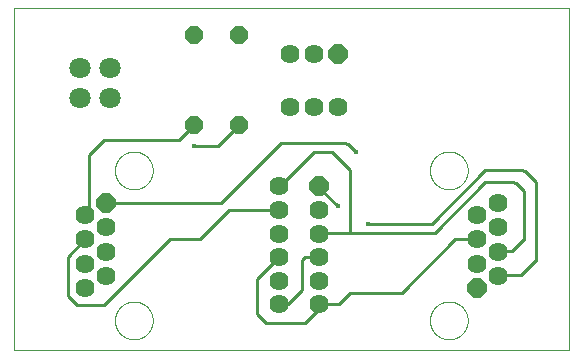
<source format=gtl>
G75*
%MOIN*%
%OFA0B0*%
%FSLAX25Y25*%
%IPPOS*%
%LPD*%
%AMOC8*
5,1,8,0,0,1.08239X$1,22.5*
%
%ADD10C,0.00000*%
%ADD11OC8,0.06378*%
%ADD12C,0.06378*%
%ADD13C,0.07087*%
%ADD14OC8,0.05760*%
%ADD15C,0.01000*%
%ADD16C,0.01781*%
D10*
X0017242Y0036778D02*
X0017242Y0150952D01*
X0202281Y0150952D01*
X0202281Y0036778D01*
X0017242Y0036778D01*
X0050943Y0046778D02*
X0050945Y0046936D01*
X0050951Y0047094D01*
X0050961Y0047252D01*
X0050975Y0047410D01*
X0050993Y0047567D01*
X0051014Y0047724D01*
X0051040Y0047880D01*
X0051070Y0048036D01*
X0051103Y0048191D01*
X0051141Y0048344D01*
X0051182Y0048497D01*
X0051227Y0048649D01*
X0051276Y0048800D01*
X0051329Y0048949D01*
X0051385Y0049097D01*
X0051445Y0049243D01*
X0051509Y0049388D01*
X0051577Y0049531D01*
X0051648Y0049673D01*
X0051722Y0049813D01*
X0051800Y0049950D01*
X0051882Y0050086D01*
X0051966Y0050220D01*
X0052055Y0050351D01*
X0052146Y0050480D01*
X0052241Y0050607D01*
X0052338Y0050732D01*
X0052439Y0050854D01*
X0052543Y0050973D01*
X0052650Y0051090D01*
X0052760Y0051204D01*
X0052873Y0051315D01*
X0052988Y0051424D01*
X0053106Y0051529D01*
X0053227Y0051631D01*
X0053350Y0051731D01*
X0053476Y0051827D01*
X0053604Y0051920D01*
X0053734Y0052010D01*
X0053867Y0052096D01*
X0054002Y0052180D01*
X0054138Y0052259D01*
X0054277Y0052336D01*
X0054418Y0052408D01*
X0054560Y0052478D01*
X0054704Y0052543D01*
X0054850Y0052605D01*
X0054997Y0052663D01*
X0055146Y0052718D01*
X0055296Y0052769D01*
X0055447Y0052816D01*
X0055599Y0052859D01*
X0055752Y0052898D01*
X0055907Y0052934D01*
X0056062Y0052965D01*
X0056218Y0052993D01*
X0056374Y0053017D01*
X0056531Y0053037D01*
X0056689Y0053053D01*
X0056846Y0053065D01*
X0057005Y0053073D01*
X0057163Y0053077D01*
X0057321Y0053077D01*
X0057479Y0053073D01*
X0057638Y0053065D01*
X0057795Y0053053D01*
X0057953Y0053037D01*
X0058110Y0053017D01*
X0058266Y0052993D01*
X0058422Y0052965D01*
X0058577Y0052934D01*
X0058732Y0052898D01*
X0058885Y0052859D01*
X0059037Y0052816D01*
X0059188Y0052769D01*
X0059338Y0052718D01*
X0059487Y0052663D01*
X0059634Y0052605D01*
X0059780Y0052543D01*
X0059924Y0052478D01*
X0060066Y0052408D01*
X0060207Y0052336D01*
X0060346Y0052259D01*
X0060482Y0052180D01*
X0060617Y0052096D01*
X0060750Y0052010D01*
X0060880Y0051920D01*
X0061008Y0051827D01*
X0061134Y0051731D01*
X0061257Y0051631D01*
X0061378Y0051529D01*
X0061496Y0051424D01*
X0061611Y0051315D01*
X0061724Y0051204D01*
X0061834Y0051090D01*
X0061941Y0050973D01*
X0062045Y0050854D01*
X0062146Y0050732D01*
X0062243Y0050607D01*
X0062338Y0050480D01*
X0062429Y0050351D01*
X0062518Y0050220D01*
X0062602Y0050086D01*
X0062684Y0049950D01*
X0062762Y0049813D01*
X0062836Y0049673D01*
X0062907Y0049531D01*
X0062975Y0049388D01*
X0063039Y0049243D01*
X0063099Y0049097D01*
X0063155Y0048949D01*
X0063208Y0048800D01*
X0063257Y0048649D01*
X0063302Y0048497D01*
X0063343Y0048344D01*
X0063381Y0048191D01*
X0063414Y0048036D01*
X0063444Y0047880D01*
X0063470Y0047724D01*
X0063491Y0047567D01*
X0063509Y0047410D01*
X0063523Y0047252D01*
X0063533Y0047094D01*
X0063539Y0046936D01*
X0063541Y0046778D01*
X0063539Y0046620D01*
X0063533Y0046462D01*
X0063523Y0046304D01*
X0063509Y0046146D01*
X0063491Y0045989D01*
X0063470Y0045832D01*
X0063444Y0045676D01*
X0063414Y0045520D01*
X0063381Y0045365D01*
X0063343Y0045212D01*
X0063302Y0045059D01*
X0063257Y0044907D01*
X0063208Y0044756D01*
X0063155Y0044607D01*
X0063099Y0044459D01*
X0063039Y0044313D01*
X0062975Y0044168D01*
X0062907Y0044025D01*
X0062836Y0043883D01*
X0062762Y0043743D01*
X0062684Y0043606D01*
X0062602Y0043470D01*
X0062518Y0043336D01*
X0062429Y0043205D01*
X0062338Y0043076D01*
X0062243Y0042949D01*
X0062146Y0042824D01*
X0062045Y0042702D01*
X0061941Y0042583D01*
X0061834Y0042466D01*
X0061724Y0042352D01*
X0061611Y0042241D01*
X0061496Y0042132D01*
X0061378Y0042027D01*
X0061257Y0041925D01*
X0061134Y0041825D01*
X0061008Y0041729D01*
X0060880Y0041636D01*
X0060750Y0041546D01*
X0060617Y0041460D01*
X0060482Y0041376D01*
X0060346Y0041297D01*
X0060207Y0041220D01*
X0060066Y0041148D01*
X0059924Y0041078D01*
X0059780Y0041013D01*
X0059634Y0040951D01*
X0059487Y0040893D01*
X0059338Y0040838D01*
X0059188Y0040787D01*
X0059037Y0040740D01*
X0058885Y0040697D01*
X0058732Y0040658D01*
X0058577Y0040622D01*
X0058422Y0040591D01*
X0058266Y0040563D01*
X0058110Y0040539D01*
X0057953Y0040519D01*
X0057795Y0040503D01*
X0057638Y0040491D01*
X0057479Y0040483D01*
X0057321Y0040479D01*
X0057163Y0040479D01*
X0057005Y0040483D01*
X0056846Y0040491D01*
X0056689Y0040503D01*
X0056531Y0040519D01*
X0056374Y0040539D01*
X0056218Y0040563D01*
X0056062Y0040591D01*
X0055907Y0040622D01*
X0055752Y0040658D01*
X0055599Y0040697D01*
X0055447Y0040740D01*
X0055296Y0040787D01*
X0055146Y0040838D01*
X0054997Y0040893D01*
X0054850Y0040951D01*
X0054704Y0041013D01*
X0054560Y0041078D01*
X0054418Y0041148D01*
X0054277Y0041220D01*
X0054138Y0041297D01*
X0054002Y0041376D01*
X0053867Y0041460D01*
X0053734Y0041546D01*
X0053604Y0041636D01*
X0053476Y0041729D01*
X0053350Y0041825D01*
X0053227Y0041925D01*
X0053106Y0042027D01*
X0052988Y0042132D01*
X0052873Y0042241D01*
X0052760Y0042352D01*
X0052650Y0042466D01*
X0052543Y0042583D01*
X0052439Y0042702D01*
X0052338Y0042824D01*
X0052241Y0042949D01*
X0052146Y0043076D01*
X0052055Y0043205D01*
X0051966Y0043336D01*
X0051882Y0043470D01*
X0051800Y0043606D01*
X0051722Y0043743D01*
X0051648Y0043883D01*
X0051577Y0044025D01*
X0051509Y0044168D01*
X0051445Y0044313D01*
X0051385Y0044459D01*
X0051329Y0044607D01*
X0051276Y0044756D01*
X0051227Y0044907D01*
X0051182Y0045059D01*
X0051141Y0045212D01*
X0051103Y0045365D01*
X0051070Y0045520D01*
X0051040Y0045676D01*
X0051014Y0045832D01*
X0050993Y0045989D01*
X0050975Y0046146D01*
X0050961Y0046304D01*
X0050951Y0046462D01*
X0050945Y0046620D01*
X0050943Y0046778D01*
X0050943Y0096778D02*
X0050945Y0096936D01*
X0050951Y0097094D01*
X0050961Y0097252D01*
X0050975Y0097410D01*
X0050993Y0097567D01*
X0051014Y0097724D01*
X0051040Y0097880D01*
X0051070Y0098036D01*
X0051103Y0098191D01*
X0051141Y0098344D01*
X0051182Y0098497D01*
X0051227Y0098649D01*
X0051276Y0098800D01*
X0051329Y0098949D01*
X0051385Y0099097D01*
X0051445Y0099243D01*
X0051509Y0099388D01*
X0051577Y0099531D01*
X0051648Y0099673D01*
X0051722Y0099813D01*
X0051800Y0099950D01*
X0051882Y0100086D01*
X0051966Y0100220D01*
X0052055Y0100351D01*
X0052146Y0100480D01*
X0052241Y0100607D01*
X0052338Y0100732D01*
X0052439Y0100854D01*
X0052543Y0100973D01*
X0052650Y0101090D01*
X0052760Y0101204D01*
X0052873Y0101315D01*
X0052988Y0101424D01*
X0053106Y0101529D01*
X0053227Y0101631D01*
X0053350Y0101731D01*
X0053476Y0101827D01*
X0053604Y0101920D01*
X0053734Y0102010D01*
X0053867Y0102096D01*
X0054002Y0102180D01*
X0054138Y0102259D01*
X0054277Y0102336D01*
X0054418Y0102408D01*
X0054560Y0102478D01*
X0054704Y0102543D01*
X0054850Y0102605D01*
X0054997Y0102663D01*
X0055146Y0102718D01*
X0055296Y0102769D01*
X0055447Y0102816D01*
X0055599Y0102859D01*
X0055752Y0102898D01*
X0055907Y0102934D01*
X0056062Y0102965D01*
X0056218Y0102993D01*
X0056374Y0103017D01*
X0056531Y0103037D01*
X0056689Y0103053D01*
X0056846Y0103065D01*
X0057005Y0103073D01*
X0057163Y0103077D01*
X0057321Y0103077D01*
X0057479Y0103073D01*
X0057638Y0103065D01*
X0057795Y0103053D01*
X0057953Y0103037D01*
X0058110Y0103017D01*
X0058266Y0102993D01*
X0058422Y0102965D01*
X0058577Y0102934D01*
X0058732Y0102898D01*
X0058885Y0102859D01*
X0059037Y0102816D01*
X0059188Y0102769D01*
X0059338Y0102718D01*
X0059487Y0102663D01*
X0059634Y0102605D01*
X0059780Y0102543D01*
X0059924Y0102478D01*
X0060066Y0102408D01*
X0060207Y0102336D01*
X0060346Y0102259D01*
X0060482Y0102180D01*
X0060617Y0102096D01*
X0060750Y0102010D01*
X0060880Y0101920D01*
X0061008Y0101827D01*
X0061134Y0101731D01*
X0061257Y0101631D01*
X0061378Y0101529D01*
X0061496Y0101424D01*
X0061611Y0101315D01*
X0061724Y0101204D01*
X0061834Y0101090D01*
X0061941Y0100973D01*
X0062045Y0100854D01*
X0062146Y0100732D01*
X0062243Y0100607D01*
X0062338Y0100480D01*
X0062429Y0100351D01*
X0062518Y0100220D01*
X0062602Y0100086D01*
X0062684Y0099950D01*
X0062762Y0099813D01*
X0062836Y0099673D01*
X0062907Y0099531D01*
X0062975Y0099388D01*
X0063039Y0099243D01*
X0063099Y0099097D01*
X0063155Y0098949D01*
X0063208Y0098800D01*
X0063257Y0098649D01*
X0063302Y0098497D01*
X0063343Y0098344D01*
X0063381Y0098191D01*
X0063414Y0098036D01*
X0063444Y0097880D01*
X0063470Y0097724D01*
X0063491Y0097567D01*
X0063509Y0097410D01*
X0063523Y0097252D01*
X0063533Y0097094D01*
X0063539Y0096936D01*
X0063541Y0096778D01*
X0063539Y0096620D01*
X0063533Y0096462D01*
X0063523Y0096304D01*
X0063509Y0096146D01*
X0063491Y0095989D01*
X0063470Y0095832D01*
X0063444Y0095676D01*
X0063414Y0095520D01*
X0063381Y0095365D01*
X0063343Y0095212D01*
X0063302Y0095059D01*
X0063257Y0094907D01*
X0063208Y0094756D01*
X0063155Y0094607D01*
X0063099Y0094459D01*
X0063039Y0094313D01*
X0062975Y0094168D01*
X0062907Y0094025D01*
X0062836Y0093883D01*
X0062762Y0093743D01*
X0062684Y0093606D01*
X0062602Y0093470D01*
X0062518Y0093336D01*
X0062429Y0093205D01*
X0062338Y0093076D01*
X0062243Y0092949D01*
X0062146Y0092824D01*
X0062045Y0092702D01*
X0061941Y0092583D01*
X0061834Y0092466D01*
X0061724Y0092352D01*
X0061611Y0092241D01*
X0061496Y0092132D01*
X0061378Y0092027D01*
X0061257Y0091925D01*
X0061134Y0091825D01*
X0061008Y0091729D01*
X0060880Y0091636D01*
X0060750Y0091546D01*
X0060617Y0091460D01*
X0060482Y0091376D01*
X0060346Y0091297D01*
X0060207Y0091220D01*
X0060066Y0091148D01*
X0059924Y0091078D01*
X0059780Y0091013D01*
X0059634Y0090951D01*
X0059487Y0090893D01*
X0059338Y0090838D01*
X0059188Y0090787D01*
X0059037Y0090740D01*
X0058885Y0090697D01*
X0058732Y0090658D01*
X0058577Y0090622D01*
X0058422Y0090591D01*
X0058266Y0090563D01*
X0058110Y0090539D01*
X0057953Y0090519D01*
X0057795Y0090503D01*
X0057638Y0090491D01*
X0057479Y0090483D01*
X0057321Y0090479D01*
X0057163Y0090479D01*
X0057005Y0090483D01*
X0056846Y0090491D01*
X0056689Y0090503D01*
X0056531Y0090519D01*
X0056374Y0090539D01*
X0056218Y0090563D01*
X0056062Y0090591D01*
X0055907Y0090622D01*
X0055752Y0090658D01*
X0055599Y0090697D01*
X0055447Y0090740D01*
X0055296Y0090787D01*
X0055146Y0090838D01*
X0054997Y0090893D01*
X0054850Y0090951D01*
X0054704Y0091013D01*
X0054560Y0091078D01*
X0054418Y0091148D01*
X0054277Y0091220D01*
X0054138Y0091297D01*
X0054002Y0091376D01*
X0053867Y0091460D01*
X0053734Y0091546D01*
X0053604Y0091636D01*
X0053476Y0091729D01*
X0053350Y0091825D01*
X0053227Y0091925D01*
X0053106Y0092027D01*
X0052988Y0092132D01*
X0052873Y0092241D01*
X0052760Y0092352D01*
X0052650Y0092466D01*
X0052543Y0092583D01*
X0052439Y0092702D01*
X0052338Y0092824D01*
X0052241Y0092949D01*
X0052146Y0093076D01*
X0052055Y0093205D01*
X0051966Y0093336D01*
X0051882Y0093470D01*
X0051800Y0093606D01*
X0051722Y0093743D01*
X0051648Y0093883D01*
X0051577Y0094025D01*
X0051509Y0094168D01*
X0051445Y0094313D01*
X0051385Y0094459D01*
X0051329Y0094607D01*
X0051276Y0094756D01*
X0051227Y0094907D01*
X0051182Y0095059D01*
X0051141Y0095212D01*
X0051103Y0095365D01*
X0051070Y0095520D01*
X0051040Y0095676D01*
X0051014Y0095832D01*
X0050993Y0095989D01*
X0050975Y0096146D01*
X0050961Y0096304D01*
X0050951Y0096462D01*
X0050945Y0096620D01*
X0050943Y0096778D01*
X0155943Y0096778D02*
X0155945Y0096936D01*
X0155951Y0097094D01*
X0155961Y0097252D01*
X0155975Y0097410D01*
X0155993Y0097567D01*
X0156014Y0097724D01*
X0156040Y0097880D01*
X0156070Y0098036D01*
X0156103Y0098191D01*
X0156141Y0098344D01*
X0156182Y0098497D01*
X0156227Y0098649D01*
X0156276Y0098800D01*
X0156329Y0098949D01*
X0156385Y0099097D01*
X0156445Y0099243D01*
X0156509Y0099388D01*
X0156577Y0099531D01*
X0156648Y0099673D01*
X0156722Y0099813D01*
X0156800Y0099950D01*
X0156882Y0100086D01*
X0156966Y0100220D01*
X0157055Y0100351D01*
X0157146Y0100480D01*
X0157241Y0100607D01*
X0157338Y0100732D01*
X0157439Y0100854D01*
X0157543Y0100973D01*
X0157650Y0101090D01*
X0157760Y0101204D01*
X0157873Y0101315D01*
X0157988Y0101424D01*
X0158106Y0101529D01*
X0158227Y0101631D01*
X0158350Y0101731D01*
X0158476Y0101827D01*
X0158604Y0101920D01*
X0158734Y0102010D01*
X0158867Y0102096D01*
X0159002Y0102180D01*
X0159138Y0102259D01*
X0159277Y0102336D01*
X0159418Y0102408D01*
X0159560Y0102478D01*
X0159704Y0102543D01*
X0159850Y0102605D01*
X0159997Y0102663D01*
X0160146Y0102718D01*
X0160296Y0102769D01*
X0160447Y0102816D01*
X0160599Y0102859D01*
X0160752Y0102898D01*
X0160907Y0102934D01*
X0161062Y0102965D01*
X0161218Y0102993D01*
X0161374Y0103017D01*
X0161531Y0103037D01*
X0161689Y0103053D01*
X0161846Y0103065D01*
X0162005Y0103073D01*
X0162163Y0103077D01*
X0162321Y0103077D01*
X0162479Y0103073D01*
X0162638Y0103065D01*
X0162795Y0103053D01*
X0162953Y0103037D01*
X0163110Y0103017D01*
X0163266Y0102993D01*
X0163422Y0102965D01*
X0163577Y0102934D01*
X0163732Y0102898D01*
X0163885Y0102859D01*
X0164037Y0102816D01*
X0164188Y0102769D01*
X0164338Y0102718D01*
X0164487Y0102663D01*
X0164634Y0102605D01*
X0164780Y0102543D01*
X0164924Y0102478D01*
X0165066Y0102408D01*
X0165207Y0102336D01*
X0165346Y0102259D01*
X0165482Y0102180D01*
X0165617Y0102096D01*
X0165750Y0102010D01*
X0165880Y0101920D01*
X0166008Y0101827D01*
X0166134Y0101731D01*
X0166257Y0101631D01*
X0166378Y0101529D01*
X0166496Y0101424D01*
X0166611Y0101315D01*
X0166724Y0101204D01*
X0166834Y0101090D01*
X0166941Y0100973D01*
X0167045Y0100854D01*
X0167146Y0100732D01*
X0167243Y0100607D01*
X0167338Y0100480D01*
X0167429Y0100351D01*
X0167518Y0100220D01*
X0167602Y0100086D01*
X0167684Y0099950D01*
X0167762Y0099813D01*
X0167836Y0099673D01*
X0167907Y0099531D01*
X0167975Y0099388D01*
X0168039Y0099243D01*
X0168099Y0099097D01*
X0168155Y0098949D01*
X0168208Y0098800D01*
X0168257Y0098649D01*
X0168302Y0098497D01*
X0168343Y0098344D01*
X0168381Y0098191D01*
X0168414Y0098036D01*
X0168444Y0097880D01*
X0168470Y0097724D01*
X0168491Y0097567D01*
X0168509Y0097410D01*
X0168523Y0097252D01*
X0168533Y0097094D01*
X0168539Y0096936D01*
X0168541Y0096778D01*
X0168539Y0096620D01*
X0168533Y0096462D01*
X0168523Y0096304D01*
X0168509Y0096146D01*
X0168491Y0095989D01*
X0168470Y0095832D01*
X0168444Y0095676D01*
X0168414Y0095520D01*
X0168381Y0095365D01*
X0168343Y0095212D01*
X0168302Y0095059D01*
X0168257Y0094907D01*
X0168208Y0094756D01*
X0168155Y0094607D01*
X0168099Y0094459D01*
X0168039Y0094313D01*
X0167975Y0094168D01*
X0167907Y0094025D01*
X0167836Y0093883D01*
X0167762Y0093743D01*
X0167684Y0093606D01*
X0167602Y0093470D01*
X0167518Y0093336D01*
X0167429Y0093205D01*
X0167338Y0093076D01*
X0167243Y0092949D01*
X0167146Y0092824D01*
X0167045Y0092702D01*
X0166941Y0092583D01*
X0166834Y0092466D01*
X0166724Y0092352D01*
X0166611Y0092241D01*
X0166496Y0092132D01*
X0166378Y0092027D01*
X0166257Y0091925D01*
X0166134Y0091825D01*
X0166008Y0091729D01*
X0165880Y0091636D01*
X0165750Y0091546D01*
X0165617Y0091460D01*
X0165482Y0091376D01*
X0165346Y0091297D01*
X0165207Y0091220D01*
X0165066Y0091148D01*
X0164924Y0091078D01*
X0164780Y0091013D01*
X0164634Y0090951D01*
X0164487Y0090893D01*
X0164338Y0090838D01*
X0164188Y0090787D01*
X0164037Y0090740D01*
X0163885Y0090697D01*
X0163732Y0090658D01*
X0163577Y0090622D01*
X0163422Y0090591D01*
X0163266Y0090563D01*
X0163110Y0090539D01*
X0162953Y0090519D01*
X0162795Y0090503D01*
X0162638Y0090491D01*
X0162479Y0090483D01*
X0162321Y0090479D01*
X0162163Y0090479D01*
X0162005Y0090483D01*
X0161846Y0090491D01*
X0161689Y0090503D01*
X0161531Y0090519D01*
X0161374Y0090539D01*
X0161218Y0090563D01*
X0161062Y0090591D01*
X0160907Y0090622D01*
X0160752Y0090658D01*
X0160599Y0090697D01*
X0160447Y0090740D01*
X0160296Y0090787D01*
X0160146Y0090838D01*
X0159997Y0090893D01*
X0159850Y0090951D01*
X0159704Y0091013D01*
X0159560Y0091078D01*
X0159418Y0091148D01*
X0159277Y0091220D01*
X0159138Y0091297D01*
X0159002Y0091376D01*
X0158867Y0091460D01*
X0158734Y0091546D01*
X0158604Y0091636D01*
X0158476Y0091729D01*
X0158350Y0091825D01*
X0158227Y0091925D01*
X0158106Y0092027D01*
X0157988Y0092132D01*
X0157873Y0092241D01*
X0157760Y0092352D01*
X0157650Y0092466D01*
X0157543Y0092583D01*
X0157439Y0092702D01*
X0157338Y0092824D01*
X0157241Y0092949D01*
X0157146Y0093076D01*
X0157055Y0093205D01*
X0156966Y0093336D01*
X0156882Y0093470D01*
X0156800Y0093606D01*
X0156722Y0093743D01*
X0156648Y0093883D01*
X0156577Y0094025D01*
X0156509Y0094168D01*
X0156445Y0094313D01*
X0156385Y0094459D01*
X0156329Y0094607D01*
X0156276Y0094756D01*
X0156227Y0094907D01*
X0156182Y0095059D01*
X0156141Y0095212D01*
X0156103Y0095365D01*
X0156070Y0095520D01*
X0156040Y0095676D01*
X0156014Y0095832D01*
X0155993Y0095989D01*
X0155975Y0096146D01*
X0155961Y0096304D01*
X0155951Y0096462D01*
X0155945Y0096620D01*
X0155943Y0096778D01*
X0155943Y0046778D02*
X0155945Y0046936D01*
X0155951Y0047094D01*
X0155961Y0047252D01*
X0155975Y0047410D01*
X0155993Y0047567D01*
X0156014Y0047724D01*
X0156040Y0047880D01*
X0156070Y0048036D01*
X0156103Y0048191D01*
X0156141Y0048344D01*
X0156182Y0048497D01*
X0156227Y0048649D01*
X0156276Y0048800D01*
X0156329Y0048949D01*
X0156385Y0049097D01*
X0156445Y0049243D01*
X0156509Y0049388D01*
X0156577Y0049531D01*
X0156648Y0049673D01*
X0156722Y0049813D01*
X0156800Y0049950D01*
X0156882Y0050086D01*
X0156966Y0050220D01*
X0157055Y0050351D01*
X0157146Y0050480D01*
X0157241Y0050607D01*
X0157338Y0050732D01*
X0157439Y0050854D01*
X0157543Y0050973D01*
X0157650Y0051090D01*
X0157760Y0051204D01*
X0157873Y0051315D01*
X0157988Y0051424D01*
X0158106Y0051529D01*
X0158227Y0051631D01*
X0158350Y0051731D01*
X0158476Y0051827D01*
X0158604Y0051920D01*
X0158734Y0052010D01*
X0158867Y0052096D01*
X0159002Y0052180D01*
X0159138Y0052259D01*
X0159277Y0052336D01*
X0159418Y0052408D01*
X0159560Y0052478D01*
X0159704Y0052543D01*
X0159850Y0052605D01*
X0159997Y0052663D01*
X0160146Y0052718D01*
X0160296Y0052769D01*
X0160447Y0052816D01*
X0160599Y0052859D01*
X0160752Y0052898D01*
X0160907Y0052934D01*
X0161062Y0052965D01*
X0161218Y0052993D01*
X0161374Y0053017D01*
X0161531Y0053037D01*
X0161689Y0053053D01*
X0161846Y0053065D01*
X0162005Y0053073D01*
X0162163Y0053077D01*
X0162321Y0053077D01*
X0162479Y0053073D01*
X0162638Y0053065D01*
X0162795Y0053053D01*
X0162953Y0053037D01*
X0163110Y0053017D01*
X0163266Y0052993D01*
X0163422Y0052965D01*
X0163577Y0052934D01*
X0163732Y0052898D01*
X0163885Y0052859D01*
X0164037Y0052816D01*
X0164188Y0052769D01*
X0164338Y0052718D01*
X0164487Y0052663D01*
X0164634Y0052605D01*
X0164780Y0052543D01*
X0164924Y0052478D01*
X0165066Y0052408D01*
X0165207Y0052336D01*
X0165346Y0052259D01*
X0165482Y0052180D01*
X0165617Y0052096D01*
X0165750Y0052010D01*
X0165880Y0051920D01*
X0166008Y0051827D01*
X0166134Y0051731D01*
X0166257Y0051631D01*
X0166378Y0051529D01*
X0166496Y0051424D01*
X0166611Y0051315D01*
X0166724Y0051204D01*
X0166834Y0051090D01*
X0166941Y0050973D01*
X0167045Y0050854D01*
X0167146Y0050732D01*
X0167243Y0050607D01*
X0167338Y0050480D01*
X0167429Y0050351D01*
X0167518Y0050220D01*
X0167602Y0050086D01*
X0167684Y0049950D01*
X0167762Y0049813D01*
X0167836Y0049673D01*
X0167907Y0049531D01*
X0167975Y0049388D01*
X0168039Y0049243D01*
X0168099Y0049097D01*
X0168155Y0048949D01*
X0168208Y0048800D01*
X0168257Y0048649D01*
X0168302Y0048497D01*
X0168343Y0048344D01*
X0168381Y0048191D01*
X0168414Y0048036D01*
X0168444Y0047880D01*
X0168470Y0047724D01*
X0168491Y0047567D01*
X0168509Y0047410D01*
X0168523Y0047252D01*
X0168533Y0047094D01*
X0168539Y0046936D01*
X0168541Y0046778D01*
X0168539Y0046620D01*
X0168533Y0046462D01*
X0168523Y0046304D01*
X0168509Y0046146D01*
X0168491Y0045989D01*
X0168470Y0045832D01*
X0168444Y0045676D01*
X0168414Y0045520D01*
X0168381Y0045365D01*
X0168343Y0045212D01*
X0168302Y0045059D01*
X0168257Y0044907D01*
X0168208Y0044756D01*
X0168155Y0044607D01*
X0168099Y0044459D01*
X0168039Y0044313D01*
X0167975Y0044168D01*
X0167907Y0044025D01*
X0167836Y0043883D01*
X0167762Y0043743D01*
X0167684Y0043606D01*
X0167602Y0043470D01*
X0167518Y0043336D01*
X0167429Y0043205D01*
X0167338Y0043076D01*
X0167243Y0042949D01*
X0167146Y0042824D01*
X0167045Y0042702D01*
X0166941Y0042583D01*
X0166834Y0042466D01*
X0166724Y0042352D01*
X0166611Y0042241D01*
X0166496Y0042132D01*
X0166378Y0042027D01*
X0166257Y0041925D01*
X0166134Y0041825D01*
X0166008Y0041729D01*
X0165880Y0041636D01*
X0165750Y0041546D01*
X0165617Y0041460D01*
X0165482Y0041376D01*
X0165346Y0041297D01*
X0165207Y0041220D01*
X0165066Y0041148D01*
X0164924Y0041078D01*
X0164780Y0041013D01*
X0164634Y0040951D01*
X0164487Y0040893D01*
X0164338Y0040838D01*
X0164188Y0040787D01*
X0164037Y0040740D01*
X0163885Y0040697D01*
X0163732Y0040658D01*
X0163577Y0040622D01*
X0163422Y0040591D01*
X0163266Y0040563D01*
X0163110Y0040539D01*
X0162953Y0040519D01*
X0162795Y0040503D01*
X0162638Y0040491D01*
X0162479Y0040483D01*
X0162321Y0040479D01*
X0162163Y0040479D01*
X0162005Y0040483D01*
X0161846Y0040491D01*
X0161689Y0040503D01*
X0161531Y0040519D01*
X0161374Y0040539D01*
X0161218Y0040563D01*
X0161062Y0040591D01*
X0160907Y0040622D01*
X0160752Y0040658D01*
X0160599Y0040697D01*
X0160447Y0040740D01*
X0160296Y0040787D01*
X0160146Y0040838D01*
X0159997Y0040893D01*
X0159850Y0040951D01*
X0159704Y0041013D01*
X0159560Y0041078D01*
X0159418Y0041148D01*
X0159277Y0041220D01*
X0159138Y0041297D01*
X0159002Y0041376D01*
X0158867Y0041460D01*
X0158734Y0041546D01*
X0158604Y0041636D01*
X0158476Y0041729D01*
X0158350Y0041825D01*
X0158227Y0041925D01*
X0158106Y0042027D01*
X0157988Y0042132D01*
X0157873Y0042241D01*
X0157760Y0042352D01*
X0157650Y0042466D01*
X0157543Y0042583D01*
X0157439Y0042702D01*
X0157338Y0042824D01*
X0157241Y0042949D01*
X0157146Y0043076D01*
X0157055Y0043205D01*
X0156966Y0043336D01*
X0156882Y0043470D01*
X0156800Y0043606D01*
X0156722Y0043743D01*
X0156648Y0043883D01*
X0156577Y0044025D01*
X0156509Y0044168D01*
X0156445Y0044313D01*
X0156385Y0044459D01*
X0156329Y0044607D01*
X0156276Y0044756D01*
X0156227Y0044907D01*
X0156182Y0045059D01*
X0156141Y0045212D01*
X0156103Y0045365D01*
X0156070Y0045520D01*
X0156040Y0045676D01*
X0156014Y0045832D01*
X0155993Y0045989D01*
X0155975Y0046146D01*
X0155961Y0046304D01*
X0155951Y0046462D01*
X0155945Y0046620D01*
X0155943Y0046778D01*
D11*
X0171494Y0057723D03*
X0118935Y0091463D03*
X0125116Y0135637D03*
X0047990Y0085833D03*
D12*
X0040982Y0081818D03*
X0047990Y0077822D03*
X0040982Y0073806D03*
X0047990Y0069751D03*
X0040982Y0065735D03*
X0047990Y0061739D03*
X0040982Y0057723D03*
X0105549Y0059967D03*
X0105549Y0052093D03*
X0118935Y0052093D03*
X0118935Y0059967D03*
X0118935Y0067841D03*
X0118935Y0075715D03*
X0118935Y0083589D03*
X0105549Y0083589D03*
X0105549Y0091463D03*
X0105549Y0075715D03*
X0105549Y0067841D03*
X0109368Y0117920D03*
X0117242Y0117920D03*
X0125116Y0117920D03*
X0117242Y0135637D03*
X0109368Y0135637D03*
X0178502Y0085833D03*
X0171494Y0081818D03*
X0178502Y0077822D03*
X0171494Y0073806D03*
X0178502Y0069751D03*
X0171494Y0065735D03*
X0178502Y0061739D03*
D13*
X0049242Y0120778D03*
X0039242Y0120778D03*
X0039242Y0130778D03*
X0049242Y0130778D03*
D14*
X0077242Y0141778D03*
X0092242Y0141778D03*
X0092242Y0111778D03*
X0077242Y0111778D03*
D15*
X0072242Y0106778D01*
X0047242Y0106778D01*
X0042242Y0101778D01*
X0042242Y0083078D01*
X0040982Y0081818D01*
X0047990Y0085833D02*
X0048045Y0085778D01*
X0086242Y0085778D01*
X0106242Y0105778D01*
X0127828Y0105778D01*
X0128535Y0105485D02*
X0131242Y0102778D01*
X0128535Y0105485D02*
X0128491Y0105527D01*
X0128445Y0105565D01*
X0128396Y0105601D01*
X0128345Y0105634D01*
X0128293Y0105663D01*
X0128238Y0105690D01*
X0128183Y0105713D01*
X0128126Y0105733D01*
X0128067Y0105749D01*
X0128008Y0105762D01*
X0127949Y0105771D01*
X0127888Y0105776D01*
X0127828Y0105778D01*
X0123242Y0102778D02*
X0129242Y0096778D01*
X0129242Y0075778D01*
X0156828Y0075778D01*
X0157535Y0076071D02*
X0174242Y0092778D01*
X0183828Y0092778D01*
X0184535Y0092485D02*
X0187242Y0089778D01*
X0187242Y0074193D01*
X0186949Y0073485D02*
X0183242Y0069778D01*
X0178569Y0069778D01*
X0178568Y0069778D02*
X0178550Y0069776D01*
X0178532Y0069771D01*
X0178516Y0069762D01*
X0178502Y0069750D01*
X0171428Y0073778D02*
X0164242Y0073778D01*
X0146535Y0056071D01*
X0145828Y0055778D02*
X0129242Y0055778D01*
X0125557Y0052093D01*
X0118935Y0052093D01*
X0118935Y0050471D01*
X0114242Y0045778D01*
X0101242Y0045778D01*
X0098242Y0048778D01*
X0098242Y0060534D01*
X0105549Y0067841D01*
X0113242Y0066778D02*
X0113242Y0056778D01*
X0108557Y0052093D01*
X0105549Y0052093D01*
X0113242Y0066778D02*
X0114242Y0067778D01*
X0118872Y0067778D01*
X0118935Y0067841D01*
X0118935Y0075715D02*
X0118998Y0075778D01*
X0129242Y0075778D01*
X0135242Y0078778D02*
X0155828Y0078778D01*
X0156535Y0079071D02*
X0174242Y0096778D01*
X0186828Y0096778D01*
X0187535Y0096485D02*
X0191242Y0092778D01*
X0191242Y0067193D01*
X0190949Y0066485D02*
X0186242Y0061778D01*
X0178597Y0061778D01*
X0178576Y0061776D01*
X0178556Y0061771D01*
X0178536Y0061763D01*
X0178518Y0061752D01*
X0178502Y0061739D01*
X0190949Y0066486D02*
X0190991Y0066530D01*
X0191029Y0066576D01*
X0191065Y0066625D01*
X0191098Y0066676D01*
X0191127Y0066728D01*
X0191154Y0066783D01*
X0191177Y0066838D01*
X0191197Y0066895D01*
X0191213Y0066954D01*
X0191226Y0067013D01*
X0191235Y0067072D01*
X0191240Y0067133D01*
X0191242Y0067193D01*
X0186949Y0073486D02*
X0186991Y0073530D01*
X0187029Y0073576D01*
X0187065Y0073625D01*
X0187098Y0073676D01*
X0187127Y0073728D01*
X0187154Y0073783D01*
X0187177Y0073838D01*
X0187197Y0073895D01*
X0187213Y0073954D01*
X0187226Y0074013D01*
X0187235Y0074072D01*
X0187240Y0074133D01*
X0187242Y0074193D01*
X0171494Y0073806D02*
X0171480Y0073794D01*
X0171464Y0073785D01*
X0171446Y0073780D01*
X0171428Y0073778D01*
X0157535Y0076071D02*
X0157491Y0076029D01*
X0157445Y0075991D01*
X0157396Y0075955D01*
X0157345Y0075922D01*
X0157293Y0075893D01*
X0157238Y0075866D01*
X0157183Y0075843D01*
X0157126Y0075823D01*
X0157067Y0075807D01*
X0157008Y0075794D01*
X0156949Y0075785D01*
X0156888Y0075780D01*
X0156828Y0075778D01*
X0155828Y0078778D02*
X0155888Y0078780D01*
X0155949Y0078785D01*
X0156008Y0078794D01*
X0156067Y0078807D01*
X0156126Y0078823D01*
X0156183Y0078843D01*
X0156238Y0078866D01*
X0156293Y0078893D01*
X0156345Y0078922D01*
X0156396Y0078955D01*
X0156445Y0078991D01*
X0156491Y0079029D01*
X0156535Y0079071D01*
X0183828Y0092778D02*
X0183888Y0092776D01*
X0183949Y0092771D01*
X0184008Y0092762D01*
X0184067Y0092749D01*
X0184126Y0092733D01*
X0184183Y0092713D01*
X0184238Y0092690D01*
X0184293Y0092663D01*
X0184345Y0092634D01*
X0184396Y0092601D01*
X0184445Y0092565D01*
X0184491Y0092527D01*
X0184535Y0092485D01*
X0186828Y0096778D02*
X0186888Y0096776D01*
X0186949Y0096771D01*
X0187008Y0096762D01*
X0187067Y0096749D01*
X0187126Y0096733D01*
X0187183Y0096713D01*
X0187238Y0096690D01*
X0187293Y0096663D01*
X0187345Y0096634D01*
X0187396Y0096601D01*
X0187445Y0096565D01*
X0187491Y0096527D01*
X0187535Y0096485D01*
X0146535Y0056071D02*
X0146491Y0056029D01*
X0146445Y0055991D01*
X0146396Y0055955D01*
X0146345Y0055922D01*
X0146293Y0055893D01*
X0146238Y0055866D01*
X0146183Y0055843D01*
X0146126Y0055823D01*
X0146067Y0055807D01*
X0146008Y0055794D01*
X0145949Y0055785D01*
X0145888Y0055780D01*
X0145828Y0055778D01*
X0125242Y0084778D02*
X0118935Y0091085D01*
X0118935Y0091463D01*
X0118935Y0083589D02*
X0118856Y0083589D01*
X0105927Y0091463D02*
X0117242Y0102778D01*
X0123242Y0102778D01*
X0105927Y0091463D02*
X0105549Y0091463D01*
X0105549Y0083589D02*
X0089053Y0083589D01*
X0079270Y0073806D01*
X0069270Y0073806D01*
X0047242Y0051778D01*
X0038242Y0051778D01*
X0035242Y0054778D01*
X0035242Y0068066D01*
X0040982Y0073806D01*
X0077242Y0104778D02*
X0085242Y0104778D01*
X0092242Y0111778D01*
D16*
X0077242Y0104778D03*
X0125242Y0084778D03*
X0135242Y0078778D03*
X0131242Y0102778D03*
M02*

</source>
